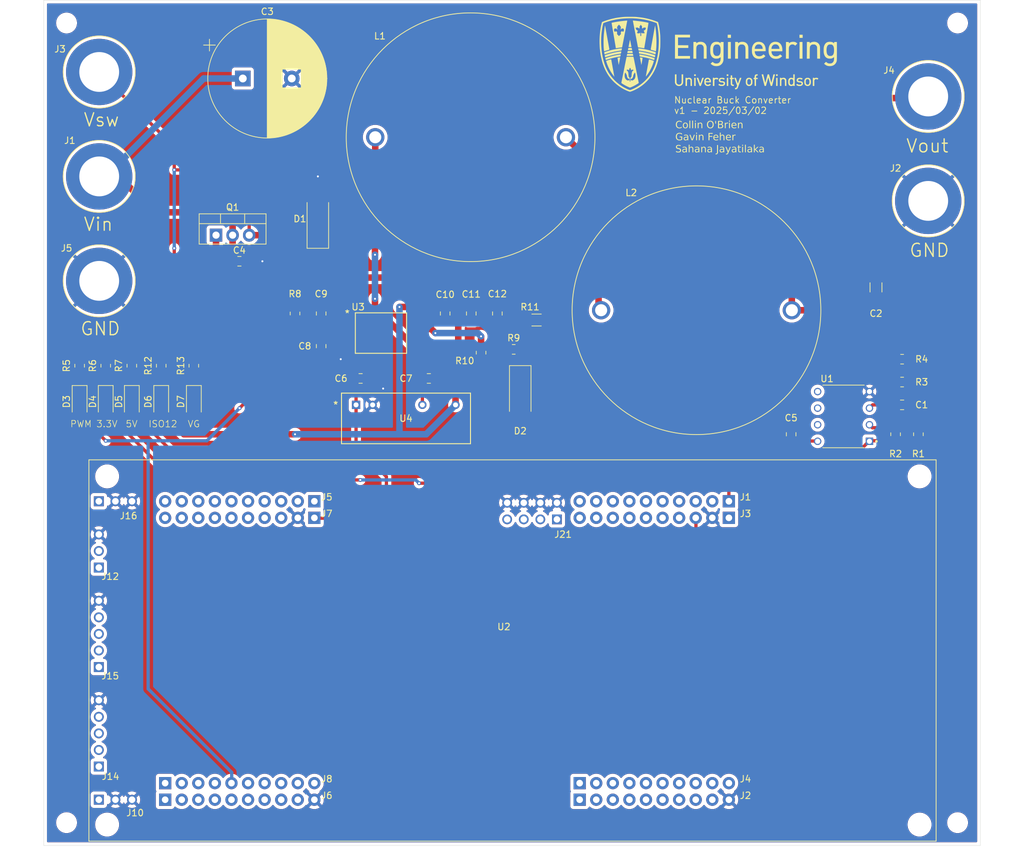
<source format=kicad_pcb>
(kicad_pcb (version 20240108) (generator "pcbnew") (generator_version "8.0")
  (title_block (title "Nuclear Buck Converter") (date "2025-03-02") (rev "v1") (company "University of Windsor") (comment 1 "Sahana Jayatilaka") (comment 2 "Gavin Feher") (comment 3 "Collin O'Brien"))
  (layers (0 "F.Cu" signal) (31 "B.Cu" signal) (34 "B.Paste" user) (35 "F.Paste" user) (36 "B.SilkS" user "B.Silkscreen") (37 "F.SilkS" user "F.Silkscreen") (38 "B.Mask" user) (39 "F.Mask" user) (44 "Edge.Cuts" user))
  (net 0 "")
  (net 4 "Net-(U1A-+)")
  (net 5 "GND")
  (net 6 "+3.3V")
  (net 7 "Net-(U1A--)")
  (net 8 "/VFILT")
  (net 9 "/VOUT")
  (net 71 "Net-(D6-K)")
  (net 99 "/Power/Vin")
  (net 100 "+5V")
  (net 101 "/GateDriver/ISO_12")
  (net 102 "/GateDriver/PWM_Filt")
  (net 103 "/VSW")
  (net 104 "/PWM")
  (net 105 "/VG")
  (net 106 "/GateDriver/GD_PWM")
  (net 107 "Net-(L1-Pad2)")
  (net 108 "Net-(D3-K)")
  (net 109 "Net-(D4-K)")
  (net 110 "Net-(D5-K)")
  (net 111 "Net-(D7-K)")
  (net 112 "Net-(D2-K)")
  (footprint "LED_SMD:LED_1206_3216Metric_Pad1.42x1.75mm_HandSolder" (layer "F.Cu") (at 43 120 -90)
    (property "Reference" "D7")
    (property "Value" "LTST-C150YKT")
  )
  (footprint "Capacitor_SMD:C_0805_2012Metric_Pad1.18x1.45mm_HandSolder" (layer "F.Cu") (at 134.5 125 -90)
    (property "Reference" "C5")
    (property "Value" "1u")
  )
  (footprint "LED_SMD:LED_1206_3216Metric_Pad1.42x1.75mm_HandSolder" (layer "F.Cu") (at 38 120 -90)
    (property "Reference" "D6")
    (property "Value" "LTST-C150YKT")
  )
  (footprint "Connector:Banana_Jack_1Pin" (layer "F.Cu") (at 28.5 101.5)
    (property "Reference" "J5")
    (property "Value" "BU-P72930-2")
  )
  (footprint "Capacitor_SMD:C_0805_2012Metric_Pad1.18x1.45mm_HandSolder" (layer "F.Cu") (at 62.5 111.5 90)
    (property "Reference" "C8")
    (property "Value" "1u")
  )
  (footprint "1140-123K-RC:INDRD2921W163D3810H2616P" (layer "F.Cu") (at 85.395 79.5)
    (property "Reference" "L1")
    (property "Value" "12m")
  )
  (footprint "Resistor_SMD:R_1206_3216Metric_Pad1.30x1.75mm_HandSolder" (layer "F.Cu") (at 95.5 107.5)
    (property "Reference" "R11")
    (property "Value" "50R")
  )
  (footprint "Resistor_SMD:R_0805_2012Metric_Pad1.20x1.40mm_HandSolder" (layer "F.Cu") (at 151.5 117 180)
    (property "Reference" "R3")
    (property "Value" "1k")
  )
  (footprint "Resistor_SMD:R_0805_2012Metric_Pad1.20x1.40mm_HandSolder" (layer "F.Cu") (at 92 112)
    (property "Reference" "R9")
    (property "Value" "12R")
  )
  (footprint "Package_TO_SOT_THT:TO-220-3_Vertical" (layer "F.Cu") (at 46.39778 94.5)
    (property "Reference" "Q1")
    (property "Value" "IRF540NPBF")
  )
  (footprint "Capacitor_SMD:C_0805_2012Metric_Pad1.18x1.45mm_HandSolder" (layer "F.Cu") (at 85.5 106.5 90)
    (property "Reference" "C11")
    (property "Value" "220n")
  )
  (footprint "Resistor_SMD:R_0805_2012Metric_Pad1.20x1.40mm_HandSolder" (layer "F.Cu") (at 58.5 106.5 -90)
    (property "Reference" "R8")
    (property "Value" "51R")
  )
  (footprint "Resistor_SMD:R_0805_2012Metric_Pad1.20x1.40mm_HandSolder" (layer "F.Cu") (at 151.5 113.5)
    (property "Reference" "R4")
    (property "Value" "20k")
  )
  (footprint "LED_SMD:LED_1206_3216Metric_Pad1.42x1.75mm_HandSolder" (layer "F.Cu") (at 25.5 120 -90)
    (property "Reference" "D3")
    (property "Value" "LTST-C150YKT")
  )
  (footprint "Resistor_SMD:R_0805_2012Metric_Pad1.20x1.40mm_HandSolder" (layer "F.Cu") (at 38 114.5 -90)
    (property "Reference" "R12")
    (property "Value" "1k")
  )
  (footprint "Capacitor_SMD:C_1206_3216Metric_Pad1.33x1.80mm_HandSolder" (layer "F.Cu") (at 147.5 102.5 -90)
    (property "Reference" "C2")
    (property "Value" "4.7u")
  )
  (footprint "UCC5304DWVR:SOIC8_DWV_TEX-L" (layer "F.Cu") (at 71.666 109.5)
    (property "Reference" "U3")
    (property "Value" "UCC5304DWVR")
  )
  (footprint "Resistor_SMD:R_0805_2012Metric_Pad1.20x1.40mm_HandSolder" (layer "F.Cu") (at 29.5 114.5 90)
    (property "Reference" "R6")
    (property "Value" "120R")
  )
  (footprint "Diode_SMD:D_SMA_Handsoldering" (layer "F.Cu") (at 62 92 90)
    (property "Reference" "D1")
    (property "Value" "SS310")
  )
  (footprint "Capacitor_SMD:C_0805_2012Metric_Pad1.18x1.45mm_HandSolder" (layer "F.Cu") (at 89.5 106.5 90)
    (property "Reference" "C12")
    (property "Value" "10u")
  )
  (footprint "Resistor_SMD:R_0805_2012Metric_Pad1.20x1.40mm_HandSolder" (layer "F.Cu") (at 25.5 114.5 90)
    (property "Reference" "R5")
    (property "Value" "120R")
  )
  (footprint "Resistor_SMD:R_0805_2012Metric_Pad1.20x1.40mm_HandSolder" (layer "F.Cu") (at 87 112.5 -90)
    (property "Reference" "R10")
    (property "Value" "6.8R")
  )
  (footprint "Capacitor_THT:CP_Radial_D18.0mm_P7.50mm" (layer "F.Cu") (at 50.5 70.5)
    (property "Reference" "C3")
    (property "Value" "470u")
  )
  (footprint "Resistor_SMD:R_0805_2012Metric_Pad1.20x1.40mm_HandSolder" (layer "F.Cu") (at 154 125 -90)
    (property "Reference" "R1")
    (property "Value" "20k")
  )
  (footprint "Resistor_SMD:R_0805_2012Metric_Pad1.20x1.40mm_HandSolder" (layer "F.Cu") (at 150.5 125 90)
    (property "Reference" "R2")
    (property "Value" "1k")
  )
  (footprint "LED_SMD:LED_1206_3216Metric_Pad1.42x1.75mm_HandSolder" (layer "F.Cu") (at 29.5 120 -90)
    (property "Reference" "D4")
    (property "Value" "LTST-C150YKT")
  )
  (footprint "Resistor_SMD:R_0805_2012Metric_Pad1.20x1.40mm_HandSolder" (layer "F.Cu") (at 43 114.5 -90)
    (property "Reference" "R13")
    (property "Value" "1k")
  )
  (footprint "Capacitor_SMD:C_0805_2012Metric_Pad1.18x1.45mm_HandSolder" (layer "F.Cu") (at 81.5 106.5 90)
    (property "Reference" "C10")
    (property "Value" "10u")
  )
  (footprint "UWindsor Logo:UWindsorLogo" (layer "F.Cu") (at 123.5 67)
    (property "Reference" "G***" (hide yes))
    (property "Value" "LOGO" (hide yes))
  )
  (footprint "Capacitor_SMD:C_0805_2012Metric_Pad1.18x1.45mm_HandSolder" (layer "F.Cu") (at 79 116.4525)
    (property "Reference" "C7")
    (property "Value" "1u")
  )
  (footprint "Connector:Banana_Jack_1Pin" (layer "F.Cu") (at 155.5 89.25)
    (property "Reference" "J2")
    (property "Value" "BU-P72930-2")
  )
  (footprint "MountingHole:MountingHole_2.7mm_M2.5" (layer "F.Cu") (at 160 62)
    (property "Reference" "REF**" (hide yes))
    (property "Value" "MountingHole_2.7mm_M2.5")
  )
  (footprint "LAUNCHXL-F28379D:MOD_LAUNCHXL-F28379D" (layer "F.Cu") (at 91.817 158.126 180)
    (property "Reference" "U2")
    (property "Value" "LAUNCHXL-F28379D")
  )
  (footprint "Connector:Banana_Jack_1Pin" (layer "F.Cu") (at 28.5 69.5)
    (property "Reference" "J3")
    (property "Value" "BU-P72930-2")
  )
  (footprint "Capacitor_SMD:C_0805_2012Metric_Pad1.18x1.45mm_HandSolder" (layer "F.Cu") (at 68.5475 116.4525 180)
    (property "Reference" "C6")
    (property "Value" "1u")
  )
  (footprint "LED_SMD:LED_1206_3216Metric_Pad1.42x1.75mm_HandSolder" (layer "F.Cu") (at 33.5 120 -90)
    (property "Reference" "D5")
    (property "Value" "LTST-C150YKT")
  )
  (footprint "Connector:Banana_Jack_1Pin" (layer "F.Cu") (at 155.5 73.25)
    (property "Reference" "J4")
    (property "Value" "BU-P72930-2")
  )
  (footprint "TMV_0512SHI:TMV-HI_SINGLE_TRP" (layer "F.Cu") (at 67.85 120.5)
    (property "Reference" "U4")
    (property "Value" "TMV 0512SHI")
  )
  (footprint "Capacitor_SMD:C_0805_2012Metric_Pad1.18x1.45mm_HandSolder" (layer "F.Cu") (at 62.5 106.5 90)
    (property "Reference" "C9")
    (property "Value" "33p")
  )
  (footprint "LM358AP:DIP794W45P254L959H508Q8" (layer "F.Cu") (at 142.53 122.27 180)
    (property "Reference" "U1")
    (property "Value" "LM358AP")
  )
  (footprint "Connector:Banana_Jack_1Pin" (layer "F.Cu") (at 28.5 85.5)
    (property "Reference" "J1")
    (property "Value" "BU-P72930-2")
  )
  (footprint "MountingHole:MountingHole_2.7mm_M2.5" (layer "F.Cu") (at 160 184.5)
    (property "Reference" "REF**" (hide yes))
    (property "Value" "MountingHole_2.7mm_M2.5")
  )
  (footprint "MountingHole:MountingHole_2.7mm_M2.5" (layer "F.Cu") (at 23.5 62)
    (property "Reference" "REF**" (hide yes))
    (property "Value" "MountingHole_2.7mm_M2.5")
  )
  (footprint "Capacitor_SMD:C_0805_2012Metric_Pad1.18x1.45mm_HandSolder" (layer "F.Cu") (at 151.5 120.5)
    (property "Reference" "C1")
    (property "Value" "2.2u")
  )
  (footprint "MountingHole:MountingHole_2.7mm_M2.5" (layer "F.Cu") (at 23.5 184.5)
    (property "Reference" "REF**" (hide yes))
    (property "Value" "MountingHole_2.7mm_M2.5")
  )
  (footprint "Capacitor_SMD:C_0805_2012Metric_Pad1.18x1.45mm_HandSolder" (layer "F.Cu") (at 49.97778 98.5)
    (property "Reference" "C4")
    (property "Value" "1u")
  )
  (footprint "Diode_SMD:D_SMA_Handsoldering" (layer "F.Cu") (at 93 119 -90)
    (property "Reference" "D2")
    (property "Value" "US2AA")
  )
  (footprint "1140-123K-RC:INDRD2921W163D3810H2616P" (layer "F.Cu") (at 120 106)
    (property "Reference" "L2")
    (property "Value" "12m")
  )
  (footprint "Resistor_SMD:R_0805_2012Metric_Pad1.20x1.40mm_HandSolder" (layer "F.Cu") (at 33.5 114.5 90)
    (property "Reference" "R7")
    (property "Value" "300R")
  )
  (gr_rect (start 20 58.5) (end 163.5 188) (stroke (width 0.05)) (fill none) (layer "Edge.Cuts"))
  (gr_text "ISO12" (at 36 124 0) (layer "F.SilkS") (effects (font (size 1 1) (thickness 0.1)) (justify left bottom)))
  (gr_text "Vout\n" (at 152 82 0) (layer "F.SilkS") (effects (font (size 2 2) (thickness 0.2)) (justify left bottom)))
  (gr_text "Vsw\n" (at 26 78 0) (layer "F.SilkS") (effects (font (size 2 2) (thickness 0.2)) (justify left bottom)))
  (gr_text "Collin O'Brien\nGavin Feher\nSahana Jayatilaka" (at 116.75 82 0) (layer "F.SilkS") (effects (font (size 1.1 1.1) (thickness 0.1375)) (justify left bottom)))
  (gr_text "3.3V" (at 28 124 0) (layer "F.SilkS") (effects (font (size 1 1) (thickness 0.1)) (justify left bottom)))
  (gr_text "Vin\n" (at 26 94 0) (layer "F.SilkS") (effects (font (size 2 2) (thickness 0.2)) (justify left bottom)))
  (gr_text "Nuclear Buck Converter\nv1 - 2025/03/02" (at 116.5 76 0) (layer "F.SilkS") (effects (font (size 1 1) (thickness 0.125)) (justify left bottom)))
  (gr_text "5V" (at 32.5 124 0) (layer "F.SilkS") (effects (font (size 1 1) (thickness 0.1)) (justify left bottom)))
  (gr_text "PWM" (at 24 124 0) (layer "F.SilkS") (effects (font (size 1 1) (thickness 0.1)) (justify left bottom)))
  (gr_text "GND\n" (at 25.5 110 0) (layer "F.SilkS") (effects (font (size 2 2) (thickness 0.2)) (justify left bottom)))
  (gr_text "GND\n" (at 152.5 98 0) (layer "F.SilkS") (effects (font (size 2 2) (thickness 0.2)) (justify left bottom)))
  (gr_text "VG" (at 42 124 0) (layer "F.SilkS") (effects (font (size 1 1) (thickness 0.1)) (justify left bottom)))
  (segment (start 150.5 113.5) (end 150.5 117) (width 0.5) (layer "F.Cu") (net 4))
  (segment (start 147 120.5) (end 146.5 121) (width 0.5) (layer "F.Cu") (net 4))
  (segment (start 150.4625 120.5) (end 147 120.5) (width 0.5) (layer "F.Cu") (net 4))
  (segment (start 150.5 117) (end 150.5 120.4625) (width 0.5) (layer "F.Cu") (net 4))
  (segment (start 150.5 120.4625) (end 150.4625 120.5) (width 0.5) (layer "F.Cu") (net 4))
  (via (at 53.5 98.5) (size 0.6) (drill 0.3) (layers "F.Cu" "B.Cu") (net 5))
  (via (at 65.5 113.5) (size 0.6) (drill 0.3) (layers "F.Cu" "B.Cu") (net 5))
  (via (at 62 85.5) (size 0.6) (drill 0.3) (layers "F.Cu" "B.Cu") (net 5))
  (via (at 72 118) (size 0.6) (drill 0.3) (layers "F.Cu" "B.Cu") (net 5))
  (segment (start 29.5 121.5) (end 29.5 121.4875) (width 0.5) (layer "F.Cu") (net 6))
  (segment (start 40 132) (end 29.5 121.5) (width 0.5) (layer "F.Cu") (net 6))
  (segment (start 125.18 135.32) (end 125 135.32) (width 0.5) (layer "F.Cu") (net 6))
  (segment (start 125 132.5) (end 128.0375 132.5) (width 0.5) (layer "F.Cu") (net 6))
  (segment (start 125 132.5) (end 124.964 132.536) (width 0.5) (layer "F.Cu") (net 6))
  (segment (start 124.964 132.536) (end 124.964 135.266) (width 0.5) (layer "F.Cu") (net 6))
  (segment (start 68.5 132) (end 40 132) (width 0.5) (layer "F.Cu") (net 6))
  (segment (start 134.5 126.0375) (end 138.5175 126.0375) (width 0.5) (layer "F.Cu") (net 6))
  (segment (start 128.0375 132.5) (end 134.5 126.0375) (width 0.5) (layer "F.Cu") (net 6))
  (segment (start 138.5175 126.0375) (end 138.56 126.08) (width 0.5) (layer "F.Cu") (net 6))
  (segment (start 125 132.5) (end 77.5 132.5) (width 0.5) (layer "F.Cu") (net 6))
  (via (at 77.5 132.5) (size 0.6) (drill 0.3) (layers "F.Cu" "B.Cu") (net 6))
  (via (at 68.5 132) (size 0.6) (drill 0.3) (layers "F.Cu" "B.Cu") (net 6))
  (segment (start 77 132) (end 68.5 132) (width 0.5) (layer "B.Cu") (net 6))
  (segment (start 77.5 132.5) (end 77 132) (width 0.5) (layer "B.Cu") (net 6))
  (segment (start 146.96 124) (end 146.5 123.54) (width 0.5) (layer "F.Cu") (net 7))
  (segment (start 154 124) (end 150.5 124) (width 0.5) (layer "F.Cu") (net 7))
  (segment (start 150.5 124) (end 146.96 124) (width 0.5) (layer "F.Cu") (net 7))
  (segment (start 129.5 143) (end 123 143) (width 0.5) (layer "F.Cu") (net 8))
  (segment (start 119.92 139.92) (end 119.92 137.86) (width 0.5) (layer "F.Cu") (net 8))
  (segment (start 150.5 126) (end 146.58 126) (width 0.5) (layer "F.Cu") (net 8))
  (segment (start 146.58 126) (end 146.5 126.08) (width 0.5) (layer "F.Cu") (net 8))
  (segment (start 146.5 126.08) (end 146.42 126.08) (width 0.5) (layer "F.Cu") (net 8))
  (segment (start 146.42 126.08) (end 129.5 143) (width 0.5) (layer "F.Cu") (net 8))
  (segment (start 123 143) (end 119.92 139.92) (width 0.5) (layer "F.Cu") (net 8))
  (segment (start 134.605 106) (end 134.605 87.395) (width 1) (layer "F.Cu") (net 9))
  (segment (start 150.5 100.867677) (end 152.5 102.867677) (width 1) (layer "F.Cu") (net 9))
  (segment (start 148.5 73.5) (end 150.5 73.5) (width 1) (layer "F.Cu") (net 9))
  (segment (start 134.605 106) (end 138.5 106) (width 1) (layer "F.Cu") (net 9))
  (segment (start 134.605 87.395) (end 148.5 73.5) (width 1) (layer "F.Cu") (net 9))
  (segment (start 143.632323 100.867677) (end 150.5 100.867677) (width 1) (layer "F.Cu") (net 9))
  (segment (start 152.5 102.867677) (end 152.5 113.5) (width 1) (layer "F.Cu") (net 9))
  (segment (start 138.5 106) (end 143.632323 100.867677) (width 1) (layer "F.Cu") (net 9))
  (segment (start 38 118.5125) (end 38 115.5) (width 0.5) (layer "F.Cu") (net 71))
  (segment (start 48 91) (end 37 91) (width 1) (layer "F.Cu") (net 99))
  (segment (start 48.93778 94.5) (end 48.93778 91.93778) (width 1) (layer "F.Cu") (net 99))
  (segment (start 37 91) (end 28.5 82.5) (width 1) (layer "F.Cu") (net 99))
  (segment (start 48.93778 98.41) (end 49.02778 98.5) (width 1) (layer "F.Cu") (net 99))
  (segment (start 48.93778 94.5) (end 48.93778 98.41) (width 1) (layer "F.Cu") (net 99))
  (segment (start 48.93778 91.93778) (end 48 91) (width 1) (layer "F.Cu") (net 99))
  (segment (start 44.5 70.5) (end 32.5 82.5) (width 1) (layer "B.Cu") (net 99))
  (segment (start 50.5 70.5) (end 44.5 70.5) (width 1) (layer "B.Cu") (net 99))
  (segment (start 28.5 82.5) (end 28.5 81.5) (width 1) (layer "B.Cu") (net 99))
  (segment (start 32.5 82.5) (end 28.5 82.5) (width 1) (layer "B.Cu") (net 99))
  (segment (start 66.197 110) (end 66.332 110.135) (width 0.5) (layer "F.Cu") (net 100))
  (segment (start 67.51 116.4525) (end 60.9525 116.4525) (width 0.5) (layer "F.Cu") (net 100))
  (segment (start 68.5 127.5) (end 72.5 131.5) (width 0.5) (layer "F.Cu") (net 100))
  (segment (start 60.9525 116.4525) (end 59 114.5) (width 0.5) (layer "F.Cu") (net 100))
  (segment (start 59 114.5) (end 59 112.5) (width 0.5) (layer "F.Cu") (net 100))
  (segment (start 67.85 120.5) (end 67.85 127.5) (width 0.5) (layer "F.Cu") (net 100))
  (segment (start 67.85 116.7925) (end 67.51 116.4525) (width 0.5) (layer "F.Cu") (net 100))
  (segment (start 66.0045 110.4625) (end 66.332 110.135) (width 0.5) (layer "F.Cu") (net 100))
  (segment (start 67.85 120.5) (end 67.85 116.7925) (width 0.5) (layer "F.Cu") (net 100))
  (segment (start 62.8275 110.135) (end 62.5 110.4625) (width 0.5) (layer "F.Cu") (net 100))
  (segment (start 39.5 127.5) (end 68.5 127.5) (width 0.5) (layer "F.Cu") (net 100))
  (segment (start 71.14 137.86) (end 61.5 137.86) (width 0.5) (layer "F.Cu") (net 100))
  (segment (start 61.0375 110.4625) (end 59 112.5) (width 0.5) (layer "F.Cu") (net 100))
  (segment (start 33.5 121.4875) (end 33.5 121.5) (width 0.5) (layer "F.Cu") (net 100))
  (segment (start 62.5 110.4625) (end 66.0045 110.4625) (width 0.5) (layer "F.Cu") (net 100))
  (segment (start 72.5 131.5) (end 72.5 136.5) (width 0.5) (layer "F.Cu") (net 100))
  (segment (start 67.51 116.4525) (end 67.3975 116.565) (width 0.5) (layer "F.Cu") (net 100))
  (segment (start 33.5 121.5) (end 39.5 127.5) (width 0.5) (layer "F.Cu") (net 100))
  (segment (start 72.5 136.5) (end 71.14 137.86) (width 0.5) (layer "F.Cu") (net 100))
  (segment (start 67.85 127.5) (end 68.5 127.5) (width 0.5) (layer "F.Cu") (net 100))
  (segment (start 66.332 110.135) (end 66.332 108.865) (width 0.5) (layer "F.Cu") (net 100))
  (segment (start 62.5 110.4625) (end 61.0375 110.4625) (width 0.5) (layer "F.Cu") (net 100))
  (segment (start 85.5 105.4625) (end 89.5 105.4625) (width 1) (layer "F.Cu") (net 101))
  (segment (start 41.5 125) (end 38 121.5) (width 1) (layer "F.Cu") (net 101))
  (segment (start 81.5 105.4625) (end 79.0375 105.4625) (width 1) (layer "F.Cu") (net 101))
  (segment (start 74.5 105.5) (end 79 105.5) (width 1) (layer "F.Cu") (net 101))
  (segment (start 38 121.5) (end 38 121.4875) (width 1) (layer "F.Cu") (net 101))
  (segment (start 79 105.5) (end 79.0375 105.4625) (width 1) (layer "F.Cu") (net 101))
  (segment (start 58.5 125) (end 41.5 125) (width 1) (layer "F.Cu") (net 101))
  (segment (start 80.0375 116.4525) (end 80.99 116.4525) (width 1) (layer "F.Cu") (net 101))
  (segment (start 80.99 116.4525) (end 83.09 118.5525) (width 1) (layer "F.Cu") (net 101))
  (segment (start 77 105.925) (end 77 107.595) (width 1) (layer "F.Cu") (net 101))
  (segment (start 83.09 120.5) (end 83.09 118.5525) (width 1) (layer "F.Cu") (net 101))
  (segment (start 81.5 105.4625) (end 85.5 105.4625) (width 1) (layer "F.Cu") (net 101))
  (via (at 74.5 105.5) (size 0.6) (drill 0.3) (layers "F.Cu" "B.Cu") (net 101))
  (via (at 58.5 125) (size 0.6) (drill 0.3) (layers "F.Cu" "B.Cu") (net 101))
  (segment (start 72.5 125) (end 74.5 125) (width 1) (layer "B.Cu") (net 101))
  (segment (start 78.59 125) (end 83.09 120.5) (width 1) (layer "B.Cu") (net 101))
  (segment (start 72.5 125) (end 74 125) (width 1) (layer "B.Cu") (net 101))
  (segment (start 70.5 125) (end 78.59 125) (width 1) (layer "B.Cu") (net 101))
  (segment (start 74.5 125) (end 74.5 105.5) (width 1) (layer "B.Cu") (net 101))
  (segment (start 70.5 125) (end 72.5 125) (width 1) (layer "B.Cu") (net 101))
  (segment (start 58.5 125) (end 70.5 125) (width 1) (layer "B.Cu") (net 101))
  (segment (start 62.5 107.5375) (end 58.5375 107.5375) (width 0.5) (layer "F.Cu") (net 102))
  (segment (start 62.5575 107.595) (end 62.5 107.5375) (width 0.5) (layer "F.Cu") (net 102))
  (segment (start 66.332 107.595) (end 62.5575 107.595) (width 0.5) (layer "F.Cu") (net 102))
  (segment (start 58.5375 107.5375) (end 58.5 107.5) (width 0.5) (layer "F.Cu") (net 102))
  (segment (start 40 84.5) (end 44.5 84.5) (width 0.5) (layer "F.Cu") (net 103))
  (segment (start 77 111.405) (end 77 110.135) (width 1) (layer "F.Cu") (net 103))
  (segment (start 93.9125 107.5375) (end 94 107.45) (width 1) (layer "F.Cu") (net 103))
  (segment (start 77 111.405) (end 76.5715 111.405) (width 1) (layer "F.Cu") (net 103))
  (segment (start 76.5715 111.405) (end 70.75 105.5835) (width 1) (layer "F.Cu") (net 103))
  (segment (start 70.79 82.315) (end 70.79 79.5) (width 1) (layer "F.Cu") (net 103))
  (segment (start 77 115.5) (end 77 111.405) (width 0.5) (layer "F.Cu") (net 103))
  (segment (start 78.01 116.51) (end 77.9525 116.4525) (width 1) (layer "F.Cu") (net 103))
  (segment (start 89.5 107.5375) (end 85.5 107.5375) (width 1) (layer "F.Cu") (net 103))
  (segment (start 85.5 107.5375) (end 81.5 107.5375) (width 1) (layer "F.Cu") (net 103))
  (segment (start 70.75 97.5) (end 70.75 94.5) (width 1) (layer "F.Cu") (net 103))
  (segment (start 89.5375 107.5) (end 89.5 107.5375) (width 1) (layer "F.Cu") (net 103))
  (segment (start 77 111.405) (end 80 111.405) (width 1) (layer "F.Cu") (net 103))
  (segment (start 40 113.5) (end 38 113.5) (width 0.5) (layer "F.Cu") (net 103))
  (segment (start 70.75 105.5835) (end 70.75 104.25) (width 1) (layer "F.Cu") (net 103))
  (segment (start 58.97778 94.5) (end 61 94.5) (width 1) (layer "F.Cu") (net 103))
  (segment (start 70.75 94.5) (end 70.75 82.355) (width 1) (layer "F.Cu") (net 103))
  (segment (start 40 96.5) (end 40 113.5) (width 0.5) (layer "F.Cu") (net 103))
  (segment (start 80 111.405) (end 83.5 111.405) (width 1) (layer "F.Cu") (net 103))
  (segment (start 70.75 82.355) (end 70.79 82.315) (width 1) (layer "F.Cu") (net 103))
  (segment (start 40 113.5) (end 43 113.5) (width 0.5) (layer "F.Cu") (net 103))
  (segment (start 44.5 84.5) (end 51.47778 91.47778) (width 0.5) (layer "F.Cu") (net 103))
  (segment (start 77.9625 116.4525) (end 77.9525 116.4525) (width 1) (layer "F.Cu") (net 103))
  (segment (start 77.9525 116.4525) (end 77 115.5) (width 0.5) (layer "F.Cu") (net 103))
  (segment (start 51.47778 91.47778) (end 51.47778 94.5) (width 0.5) (layer "F.Cu") (net 103))
  (segment (start 93.95 107.5) (end 89.5375 107.5) (width 1) (layer "F.Cu") (net 103))
  (segment (start 83.5 111.405) (end 83.5 107.5375) (width 1) (layer "F.Cu") (net 103))
  (segment (start 60.75 94.5) (end 61 94.5) (width 1) (layer "F.Cu") (net 103))
  (segment (start 61 94.5) (end 70.75 94.5) (width 1) (layer "F.Cu") (net 103))
  (segment (start 78.01 120.5) (end 78.01 116.51) (width 0.5) (layer "F.Cu") (net 103))
  (segment (start 40 84.5) (end 40 81) (width 0.5) (layer "F.Cu") (net 103))
  (segment (start 51.47778 94.5) (end 58.97778 94.5) (width 1) (layer "F.Cu") (net 103))
  (segment (start 40 81) (end 28.5 69.5) (width 0.5) (layer "F.Cu") (net 103))
  (via (at 40 96.5) (size 0.6) (drill 0.3) (layers "F.Cu" "B.Cu") (net 103))
  (via (at 40 84.5) (size 0.6) (drill 0.3) (layers "F.Cu" "B.Cu") (net 103))
  (via (at 70.75 104.25) (size 0.6) (drill 0.3) (layers "F.Cu" "B.Cu") (net 103))
  (via (at 70.75 97.5) (size 0.6) (drill 0.3) (layers "F.Cu" "B.Cu") (net 103))
  (segment (start 40 84.5) (end 40 96.5) (width 0.5) (layer "B.Cu") (net 103))
  (segment (start 70.75 104.25) (end 70.75 97.5) (width 1) (layer "B.Cu") (net 103))
  (segment (start 25.5 122) (end 25.5 121.4875) (width 0.5) (layer "F.Cu") (net 104))
  (segment (start 29.5 126) (end 25.5 122) (width 0.5) (layer "F.Cu") (net 104))
  (segment (start 54 117) (end 54 108.5) (width 0.5) (layer "F.Cu") (net 104))
  (segment (start 54 108.5) (end 57 105.5) (width 0.5) (layer "F.Cu") (net 104))
  (segment (start 50 121) (end 54 117) (width 0.5) (layer "F.Cu") (net 104))
  (segment (start 57 105.5) (end 58.5 105.5) (width 0.5) (layer "F.Cu") (net 104))
  (via (at 50 121) (size 0.6) (drill 0.3) (layers "F.Cu" "B.Cu") (net 104))
  (via (at 29.5 126) (size 0.6) (drill 0.3) (layers "F.Cu" "B.Cu") (net 104))
  (segment (start 48.8 176.8) (end 36 164) (width 0.5) (layer "B.Cu") (net 104))
  (segment (start 45 126) (end 36.5 126) (width 0.5) (layer "B.Cu") (net 104))
  (segment (start 36 164) (end 36 126) (width 0.5) (layer "B.Cu") (net 104))
  (segment (start 36.5 126) (end 36 126) (width 0.5) (layer "B.Cu") (net 104))
  (segment (start 48.8 178.5) (end 48.8 176.8) (width 0.5) (layer "B.Cu") (net 104))
  (segment (start 50 121) (end 45 126) (width 0.5) (layer "B.Cu") (net 104))
  (segment (start 36 126) (end 29.5 126) (width 0.5) (layer "B.Cu") (net 104))
  (segment (start 97 119) (end 97 117) (width 1) (layer "F.Cu") (net 105))
  (segment (start 87 113.5) (end 87 117.5) (width 1) (layer "F.Cu") (net 105))
  (segment (start 52 103) (end 54 101) (width 1) (layer "F.Cu") (net 105))
  (segment (start 94.5 121.5) (end 97 119) (width 1) (layer "F.Cu") (net 105))
  (segment (start 97.05 116.95) (end 97 117) (width 1) (layer "F.Cu") (net 105))
  (segment (start 46.5 101.10222) (end 46.5 119) (width 1) (layer "F.Cu") (net 105))
  (segment (start 97.05 107.5) (end 97.05 116.95) (width 1) (layer "F.Cu") (net 105))
  (segment (start 46.39778 101) (end 46.39778 94.5) (width 1) (layer "F.Cu") (net 105))
  (segment (start 46.5 119) (end 44.0125 121.4875) (width 1) (layer "F.Cu") (net 105))
  (segment (start 46.5 103) (end 52 103) (width 1) (layer "F.Cu") (net 105))
  (segment (start 95 101) (end 97.05 103.05) (width 1) (layer "F.Cu") (net 105))
  (segment (start 97.05 103.05) (end 97.05 107.5) (width 1) (layer "F.Cu") (net 105))
  (segment (start 91 121.5) (end 94.5 121.5) (width 1) (layer "F.Cu") (net 105))
  (segment (start 54 101) (end 95 101) (width 1) (layer "F.Cu") (net 105))
  (segment (start 44.0125 121.4875) (end 43 121.4875) (width 1) (layer "F.Cu") (net 105))
  (segment (start 87 117.5) (end 91 121.5) (width 1) (layer "F.Cu") (net 105))
  (segment (start 46.39778 101) (end 46.5 101.10222) (width 1) (layer "F.Cu") (net 105))
  (segment (start 91 112) (end 90.5 111.5) (width 1) (layer "F.Cu") (net 106))
  (segment (start 77 108.865) (end 79.365 108.865) (width 1) (layer "F.Cu") (net 106))
  (segment (start 79.365 108.865) (end 80 109.5) (width 1) (layer "F.Cu") (net 106))
  (segment (start 90.5 111.5) (end 87 111.5) (width 1) (layer "F.Cu") (net 106))
  (segment (start 87 111.5) (end 87 110) (width 1) (layer "F.Cu") (net 106))
  (via (at 80 109.5) (size 0.6) (drill 0.3) (layers "F.Cu" "B.Cu") (net 106))
  (via (at 87 110) (size 0.6) (drill 0.3) (layers "F.Cu" "B.Cu") (net 106))
  (segment (start 80 109.5) (end 86.5 109.5) (width 1) (layer "B.Cu") (net 106))
  (segment (start 86.5 109.5) (end 87 110) (width 1) (layer "B.Cu") (net 106))
  (segment (start 105 105.605) (end 105 84.5) (width 1) (layer "F.Cu") (net 107))
  (segment (start 105 84.5) (end 100 79.5) (width 1) (layer "F.Cu") (net 107))
  (segment (start 25.5 118.5125) (end 25.5 115.5) (width 0.5) (layer "F.Cu") (net 108))
  (segment (start 29.5 118.5125) (end 29.5 115.5) (width 0.5) (layer "F.Cu") (net 109))
  (segment (start 33.5 118.5125) (end 33.5 115.5) (width 0.5) (layer "F.Cu") (net 110))
  (segment (start 43 118.5125) (end 43 115.5) (width 0.5) (layer "F.Cu") (net 111))
  (segment (start 93 116.5) (end 93 112) (width 1) (layer "F.Cu") (net 112))
  (zone (net 5) (net_name "GND") (layer "F.Cu") (connect_pads (clearance 0.5)) (min_thickness 0.25) (fill yes (thermal_gap 0.5) (thermal_bridge_width 0.5))
    (polygon (pts (xy 20 58.5) (xy 163.5 58.5) (xy 163.5 188) (xy 20 188)))
  )
  (zone (net 5) (net_name "GND") (layer "B.Cu") (priority 1) (connect_pads (clearance 0.5)) (min_thickness 0.25) (fill yes (thermal_gap 0.5) (thermal_bridge_width 0.5))
    (polygon (pts (xy 20 58.5) (xy 163.5 58.5) (xy 163.5 188) (xy 20 188)))
  )
)
</source>
